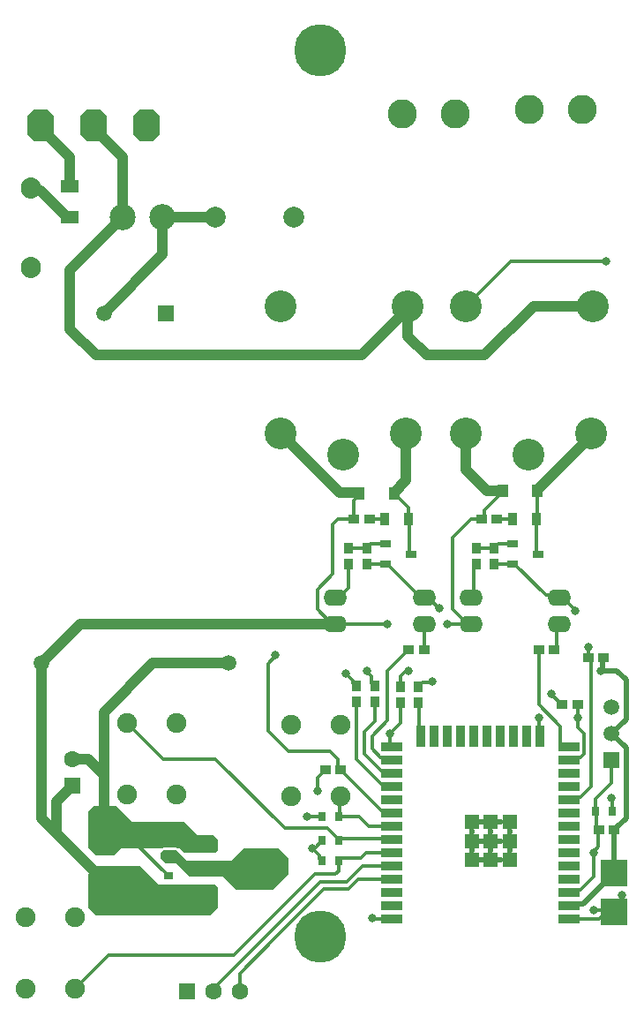
<source format=gtl>
G04*
G04 #@! TF.GenerationSoftware,Altium Limited,Altium Designer,21.3.2 (30)*
G04*
G04 Layer_Physical_Order=1*
G04 Layer_Color=255*
%FSTAX24Y24*%
%MOIN*%
G70*
G04*
G04 #@! TF.SameCoordinates,FE128C83-0F67-4140-98D3-9062B7FE4468*
G04*
G04*
G04 #@! TF.FilePolarity,Positive*
G04*
G01*
G75*
%ADD17C,0.0197*%
%ADD19R,0.0315X0.0354*%
%ADD20R,0.0394X0.0374*%
%ADD21R,0.0394X0.0276*%
%ADD22R,0.0787X0.1575*%
%ADD23R,0.0984X0.0984*%
%ADD24R,0.0354X0.0472*%
%ADD25R,0.0709X0.0512*%
%ADD26R,0.0354X0.0315*%
%ADD27R,0.0374X0.0394*%
%ADD28R,0.0394X0.0472*%
%ADD29O,0.0886X0.0630*%
%ADD30R,0.0524X0.0524*%
%ADD31R,0.0787X0.0354*%
%ADD32R,0.0354X0.0787*%
%ADD33R,0.0945X0.1299*%
%ADD34R,0.0945X0.0394*%
%ADD65C,0.0138*%
%ADD66C,0.0394*%
%ADD67C,0.0591*%
%ADD68R,0.0591X0.0591*%
%ADD69C,0.0787*%
G04:AMPARAMS|DCode=70|XSize=98.4mil|YSize=118.1mil|CornerRadius=0mil|HoleSize=0mil|Usage=FLASHONLY|Rotation=180.000|XOffset=0mil|YOffset=0mil|HoleType=Round|Shape=Octagon|*
%AMOCTAGOND70*
4,1,8,0.0246,-0.0591,-0.0246,-0.0591,-0.0492,-0.0344,-0.0492,0.0344,-0.0246,0.0591,0.0246,0.0591,0.0492,0.0344,0.0492,-0.0344,0.0246,-0.0591,0.0*
%
%ADD70OCTAGOND70*%

%ADD71O,0.0750X0.0800*%
%ADD72C,0.0630*%
%ADD73R,0.0630X0.0630*%
%ADD74C,0.0984*%
%ADD75R,0.0630X0.0630*%
%ADD76C,0.1100*%
%ADD77C,0.1200*%
%ADD78C,0.0750*%
%ADD79C,0.0236*%
%ADD80C,0.0315*%
%ADD81C,0.1969*%
G36*
X004724Y007087D02*
X006693D01*
X007185Y006594D01*
X007776D01*
X007972Y006398D01*
Y006004D01*
X007874Y005906D01*
X006693D01*
X006496Y006102D01*
X006407D01*
X006398Y006104D01*
X005906D01*
X005896Y006102D01*
X004331D01*
X004035Y005807D01*
X003346D01*
X003051Y006102D01*
Y00748D01*
X003248Y007677D01*
X004134D01*
X004724Y007087D01*
D02*
G37*
G36*
X01063Y005709D02*
Y005118D01*
X010039Y004528D01*
X008661D01*
X008169Y00502D01*
X00689D01*
X006398Y005512D01*
X006004D01*
X005807Y005709D01*
Y005906D01*
X005906Y006004D01*
X006398D01*
X006791Y00561D01*
X008465D01*
X008957Y006102D01*
X010236D01*
X01063Y005709D01*
D02*
G37*
G36*
X00502Y005413D02*
X005709Y004724D01*
X007874D01*
X007972Y004626D01*
Y003839D01*
X007677Y003543D01*
X003346D01*
X003051Y003839D01*
Y005118D01*
X003346Y005413D01*
X00502Y005413D01*
D02*
G37*
D17*
X023031Y00688D02*
Y00689D01*
X023375Y007233D02*
Y009877D01*
X023031Y00689D02*
X023375Y007233D01*
X022933Y006791D02*
X022943D01*
X023031Y00688D01*
X022933Y005157D02*
Y006791D01*
X021754Y003978D02*
X022933Y005157D01*
X021226Y003911D02*
X021293Y003978D01*
X021754D01*
X022835Y010417D02*
X023375Y009877D01*
X023041Y012795D02*
X023375Y012461D01*
X022835Y010417D02*
X023375Y010958D01*
Y012461D01*
X022441Y012795D02*
X022475Y012829D01*
X022441Y012795D02*
X023041D01*
X022475Y012829D02*
Y013223D01*
X022539Y013287D01*
D19*
X01189Y006398D02*
D03*
X01252D02*
D03*
X01189Y007283D02*
D03*
X01252D02*
D03*
X022224Y00748D02*
D03*
X022854D02*
D03*
X01252Y00561D02*
D03*
X01189D02*
D03*
D20*
X012598Y009055D02*
D03*
X012008D02*
D03*
X018504Y018504D02*
D03*
X017913D02*
D03*
X020669Y013583D02*
D03*
X020079D02*
D03*
X021555Y011516D02*
D03*
X020965D02*
D03*
X022539Y013287D02*
D03*
X021949D02*
D03*
X013091Y018504D02*
D03*
X013681D02*
D03*
X015748Y013583D02*
D03*
X015157D02*
D03*
X022343Y006791D02*
D03*
X022933D02*
D03*
D21*
X015246Y017196D02*
D03*
X014284Y016834D02*
D03*
X014281Y017578D02*
D03*
X019104D02*
D03*
X019106Y016834D02*
D03*
X020069Y017196D02*
D03*
D22*
X003642Y004469D02*
D03*
Y006752D02*
D03*
D23*
X022933Y005157D02*
D03*
Y003701D02*
D03*
D24*
X015157Y018504D02*
D03*
X014257D02*
D03*
X019994D02*
D03*
X019094D02*
D03*
D25*
X002362Y031102D02*
D03*
Y029921D02*
D03*
D26*
X006102Y005039D02*
D03*
Y004409D02*
D03*
X006122Y005768D02*
D03*
Y006398D02*
D03*
D27*
X013583Y017421D02*
D03*
Y016831D02*
D03*
X012894Y017421D02*
D03*
Y016831D02*
D03*
X018406Y017421D02*
D03*
Y016831D02*
D03*
X017717Y017421D02*
D03*
Y016831D02*
D03*
X015512Y011594D02*
D03*
Y012185D02*
D03*
X014843Y011594D02*
D03*
Y012185D02*
D03*
X013878Y011614D02*
D03*
Y012205D02*
D03*
X013189Y011614D02*
D03*
Y012205D02*
D03*
D28*
X013307Y019488D02*
D03*
X014608D02*
D03*
X01872Y019587D02*
D03*
X020021D02*
D03*
D29*
X01752Y014559D02*
D03*
Y015559D02*
D03*
X020866D02*
D03*
Y014559D02*
D03*
X012402D02*
D03*
Y015559D02*
D03*
X015748D02*
D03*
Y014559D02*
D03*
D30*
X017551Y007087D02*
D03*
X018274D02*
D03*
X018996D02*
D03*
X017551Y006364D02*
D03*
X018274D02*
D03*
X018996D02*
D03*
X017551Y005642D02*
D03*
X018274D02*
D03*
X018996D02*
D03*
D31*
X014533Y003411D02*
D03*
Y003911D02*
D03*
Y004411D02*
D03*
Y004911D02*
D03*
Y005411D02*
D03*
Y005911D02*
D03*
Y006411D02*
D03*
Y006911D02*
D03*
Y007411D02*
D03*
Y007911D02*
D03*
Y008411D02*
D03*
Y008911D02*
D03*
Y009411D02*
D03*
Y009911D02*
D03*
X021226D02*
D03*
Y009411D02*
D03*
Y008911D02*
D03*
Y008411D02*
D03*
Y007911D02*
D03*
Y007411D02*
D03*
Y006911D02*
D03*
Y006411D02*
D03*
Y005911D02*
D03*
Y005411D02*
D03*
Y004911D02*
D03*
Y004411D02*
D03*
Y003911D02*
D03*
Y003411D02*
D03*
D32*
X01563Y010305D02*
D03*
X01613D02*
D03*
X01663D02*
D03*
X01713D02*
D03*
X01763D02*
D03*
X01813D02*
D03*
X01863D02*
D03*
X01913D02*
D03*
X01963D02*
D03*
X02013D02*
D03*
D33*
X009508Y005315D02*
D03*
D34*
X007224Y004409D02*
D03*
Y005315D02*
D03*
Y00622D02*
D03*
D65*
X022335Y006143D02*
Y006788D01*
X022146Y005023D02*
Y005953D01*
X022335Y006143D01*
X022244Y00689D02*
X022343Y006791D01*
X022244Y00689D02*
Y007372D01*
X022146Y007382D02*
X022234D01*
X022244Y007372D01*
X022224Y00748D02*
Y007953D01*
X022835Y008563D01*
Y007972D02*
X022854Y007953D01*
Y00748D02*
Y007953D01*
X020571Y0119D02*
X020955Y011516D01*
X020571Y0119D02*
Y011909D01*
X020955Y011516D02*
X020965D01*
X020079D02*
Y013583D01*
Y011516D02*
X020902Y010693D01*
X021555Y011024D02*
Y011516D01*
X021555Y011516D01*
X021555Y010647D02*
Y011024D01*
X021949Y013287D02*
X022047Y013189D01*
Y008425D02*
Y013189D01*
X021642Y00802D02*
X022047Y008425D01*
X021949Y013287D02*
Y013681D01*
X008563Y002067D02*
X011614Y005118D01*
X002559Y000787D02*
X003839Y002067D01*
X008563D01*
X022598Y00374D02*
X022638Y003701D01*
X022146Y00374D02*
X022598D01*
X016308Y015157D02*
X016339D01*
X015906Y015559D02*
X016308Y015157D01*
X015618Y015559D02*
X015906D01*
X018424Y027656D02*
X019016Y028248D01*
X018424Y027656D02*
Y027656D01*
X019016Y028248D02*
X022638D01*
X012303Y016437D02*
Y018307D01*
X011713Y015846D02*
X012303Y016437D01*
X011713Y01512D02*
Y015846D01*
X012303Y018307D02*
X0125Y018504D01*
X012795Y012697D02*
Y012697D01*
Y012697D02*
X013071Y012421D01*
X016009Y012368D02*
X016043Y012402D01*
X015694Y012368D02*
X016009D01*
X023228Y003996D02*
Y004331D01*
X009843Y010532D02*
Y013069D01*
X010138Y013364D01*
Y013386D01*
X004823Y006299D02*
X006083Y005039D01*
X006102D01*
X004724Y006299D02*
X004823D01*
X022933Y003701D02*
X023228Y003996D01*
X022348Y003411D02*
X022638Y003701D01*
X022933D01*
X022835Y008563D02*
Y009417D01*
X01564Y012313D02*
X015694Y012368D01*
X015512Y012185D02*
Y012195D01*
X01563Y012313D01*
X01564D01*
X015124Y012761D02*
X015157Y012795D01*
X014843Y012185D02*
Y012579D01*
X015025Y012761D02*
X015124D01*
X01503Y013465D02*
X015148Y013583D01*
X01503Y013455D02*
Y013465D01*
X01437Y012795D02*
X01503Y013455D01*
X015148Y013583D02*
X015157D01*
X014843Y012579D02*
X015025Y012761D01*
X01437Y010925D02*
Y012795D01*
X020079Y011024D02*
X020104Y010998D01*
Y010331D02*
Y010998D01*
Y010331D02*
X02013Y010305D01*
X020902Y01002D02*
Y010693D01*
X020975Y015559D02*
X021457Y015078D01*
X020866Y015559D02*
X020975D01*
X021457Y015059D02*
Y015078D01*
X020768Y014461D02*
X020866Y014559D01*
X020768Y013681D02*
Y014461D01*
X020669Y013583D02*
X020768Y013681D01*
X021949D02*
X021949Y013681D01*
X020902Y01002D02*
X02101Y009911D01*
X021226D01*
X016634Y014567D02*
X016638Y014563D01*
X017388D01*
X016831Y01512D02*
X017388Y014563D01*
X014362Y014559D02*
X01437Y014567D01*
X012402Y014559D02*
X014362D01*
X011319Y007283D02*
X01189D01*
X01378Y003445D02*
X013796Y003428D01*
X014517D02*
X014533Y003411D01*
X013796Y003428D02*
X014517D01*
X011801Y005699D02*
Y005817D01*
X011516Y006102D02*
X011801Y005817D01*
Y005699D02*
X01189Y00561D01*
Y006378D02*
Y006398D01*
X011648Y006136D02*
X01189Y006378D01*
X01155Y006136D02*
X011648D01*
X011516Y006102D02*
X01155Y006136D01*
X017392Y014559D02*
X01752D01*
X013583Y012747D02*
X01376Y01257D01*
X013583Y012747D02*
Y012795D01*
X01376Y012323D02*
X013878Y012205D01*
X01376Y012323D02*
Y01257D01*
X013071Y012323D02*
X013189Y012205D01*
X013071Y012323D02*
Y012421D01*
X01188Y008937D02*
X011998Y009055D01*
X01188Y008927D02*
Y008937D01*
X011713Y008268D02*
Y00876D01*
X011998Y009055D02*
X012008D01*
X011713Y00876D02*
X01188Y008927D01*
X009508Y005315D02*
X010138D01*
X010433Y00561D01*
X01378Y010335D02*
X01437Y010925D01*
X021555Y010647D02*
X021787Y010415D01*
Y009665D02*
Y010415D01*
X020346Y015653D02*
X020772D01*
X020866Y015559D01*
X019106Y016834D02*
X019166D01*
X020346Y015653D01*
X018407Y016832D02*
X019105D01*
X018406Y016831D02*
X018407Y016832D01*
X019105D02*
X019106Y016834D01*
X014284D02*
X014343D01*
X015618Y015559D01*
X013584Y016832D02*
X014282D01*
X014284Y016834D01*
X013583Y016831D02*
X013584Y016832D01*
X014468Y010433D02*
X014843Y010807D01*
Y011594D01*
X014468Y009976D02*
X014533Y009911D01*
X014468Y009976D02*
Y010433D01*
X021335Y00952D02*
X021642D01*
X021787Y009665D01*
X021226Y009411D02*
X021335Y00952D01*
X021226Y003411D02*
X022348D01*
X010477Y006845D02*
X012092D01*
X007874Y009449D02*
X010477Y006845D01*
X01252Y006398D02*
Y006417D01*
X012092Y006845D02*
X01252Y006417D01*
X004518Y010827D02*
X005896Y009449D01*
X007874D01*
X01252Y005236D02*
Y005709D01*
X012402Y005118D02*
X01252Y005236D01*
X011614Y005118D02*
X012402D01*
X012562Y006454D02*
X014491D01*
X01252Y006496D02*
X012562Y006454D01*
X014491D02*
X014533Y006411D01*
X013277Y007283D02*
X013649Y006911D01*
X014533D01*
X01252Y007283D02*
X013277D01*
X01252D02*
X012559Y007323D01*
Y008011D02*
X012598Y00805D01*
X012559Y007323D02*
Y008011D01*
X009843Y010532D02*
X01063Y009744D01*
X012205D01*
X0125Y009154D02*
Y009449D01*
X012205Y009744D02*
X0125Y009449D01*
Y009154D02*
X012598Y009055D01*
X014118Y00752D02*
X014425D01*
X012726Y008911D02*
X014118Y00752D01*
X012608Y009055D02*
X012726Y008937D01*
X014425Y00752D02*
X014533Y007411D01*
X012726Y008911D02*
Y008937D01*
X012598Y009055D02*
X012608D01*
X007224Y005315D02*
X009508D01*
X006122Y006398D02*
X006142D01*
X006319Y00622D02*
X007224D01*
X006142Y006398D02*
X006319Y00622D01*
X006506Y005768D02*
X006821Y005453D01*
Y005443D02*
X006949Y005315D01*
X006122Y005768D02*
X006506D01*
X006821Y005443D02*
Y005453D01*
X006949Y005315D02*
X007224D01*
X007776Y000787D02*
X011811Y004823D01*
X012831D02*
X01342Y005411D01*
X011811Y004823D02*
X012831D01*
X007776Y000689D02*
Y000787D01*
X013361Y005709D02*
X013564Y005911D01*
X01252Y005709D02*
X013361D01*
X013564Y005911D02*
X014533D01*
X01378Y009843D02*
Y010335D01*
Y009843D02*
X014102Y00952D01*
X014425D02*
X014533Y009411D01*
X014102Y00952D02*
X014425D01*
X013484Y009653D02*
X014118Y00902D01*
X014425D01*
X014118Y00852D02*
X014425D01*
X013484Y009653D02*
Y010483D01*
X013189Y009448D02*
X014118Y00852D01*
X013484Y010483D02*
X013878Y010877D01*
X014425Y00852D02*
X014533Y008411D01*
X013189Y009448D02*
Y011614D01*
X014425Y00902D02*
X014533Y008911D01*
X013878Y010877D02*
Y011614D01*
X012402Y015559D02*
X01252D01*
X012894Y015933D02*
Y016831D01*
X01252Y015559D02*
X012894Y015933D01*
X008776Y000689D02*
Y001349D01*
X010102Y002675D02*
Y002675D01*
X008776Y001349D02*
X010102Y002675D01*
X013273Y004911D02*
X014533D01*
X012899Y004537D02*
X013273Y004911D01*
X011964Y004537D02*
X012899D01*
X010102Y002675D02*
X011964Y004537D01*
X01342Y005411D02*
X014533D01*
X015571Y010364D02*
X01563Y010305D01*
X015571Y010364D02*
Y011535D01*
X015512Y011594D02*
X015571Y011535D01*
X021226Y007911D02*
X021335Y00802D01*
X021642D01*
X021335Y00452D02*
X021642D01*
X021226Y004411D02*
X021335Y00452D01*
X021642D02*
X022146Y005023D01*
X0125Y018504D02*
X013091D01*
X011713Y01512D02*
X012274Y014559D01*
X01752Y018504D02*
X017913D01*
X016831Y017815D02*
X01752Y018504D01*
X016831Y01512D02*
Y017815D01*
X015748Y013583D02*
Y014559D01*
Y013583D02*
X015748Y013583D01*
X017618Y015657D02*
Y016732D01*
X01752Y015559D02*
X017618Y015657D01*
Y016732D02*
X017717Y016831D01*
Y017421D02*
X018406D01*
X018552Y017578D02*
X019104D01*
X018406Y017431D02*
X018552Y017578D01*
X018406Y017421D02*
Y017431D01*
X020008Y018517D02*
Y019613D01*
X019994Y017265D02*
Y018504D01*
Y017265D02*
X020063Y017196D01*
X020069D01*
X019994Y018504D02*
X020008Y018517D01*
Y019613D02*
X020021Y019626D01*
X018041Y018622D02*
Y018868D01*
X017913Y018504D02*
X017923D01*
X01872Y019547D02*
Y019587D01*
X018041Y018868D02*
X01872Y019547D01*
X017923Y018504D02*
X018041Y018622D01*
X018504Y018504D02*
X019094D01*
X015157D02*
X015202Y01846D01*
Y01724D02*
X015246Y017196D01*
X015202Y01724D02*
Y01846D01*
X013739Y017578D02*
X014281D01*
X013583Y017421D02*
Y017431D01*
X013701Y017549D01*
X013711D01*
X013739Y017578D01*
X012894Y017421D02*
X013583D01*
X013681Y018504D02*
X014257D01*
X013091D02*
Y019232D01*
X013307Y019449D01*
Y019488D01*
X014775Y019321D02*
X015157Y018939D01*
X014736Y019321D02*
X014775D01*
X014608Y019449D02*
X014736Y019321D01*
X015157Y018504D02*
Y018939D01*
X014608Y019449D02*
Y019488D01*
X017323Y026555D02*
X018424Y027656D01*
D66*
X003051Y009449D02*
X003642Y008858D01*
Y01122D01*
Y006752D02*
Y008858D01*
X002461Y009449D02*
X003051D01*
X003642Y01122D02*
X005492Y013071D01*
X015135Y025417D02*
Y026555D01*
Y025417D02*
X015846Y024705D01*
X018026D01*
X013386D02*
X015135Y026454D01*
Y026555D01*
X003346Y024705D02*
X013386D01*
X010592Y021495D02*
X012559Y019528D01*
X014608D02*
X015059Y019979D01*
Y021544D01*
X006122Y006398D02*
X006516Y006791D01*
X006594D01*
X012274Y014559D02*
X012402D01*
X002768D02*
X012274D01*
X00128Y013071D02*
X002768Y014559D01*
X005492Y013071D02*
X008366D01*
X004232Y005059D02*
X004232Y005059D01*
X003642Y004862D02*
X003839Y005059D01*
X004232D01*
X001862Y006642D02*
X003642Y004862D01*
X00128Y007224D02*
X001862Y006642D01*
Y00785D01*
X002461Y008449D01*
X003642Y006752D02*
X005768D01*
X006122Y006398D01*
X003642Y004469D02*
Y004862D01*
X00128Y007224D02*
Y013071D01*
X001274Y030911D02*
X002264Y029921D01*
X000886Y031004D02*
X000979Y030911D01*
X002264Y029921D02*
X002362D01*
X000979Y030911D02*
X001274D01*
X001248Y033295D02*
Y033394D01*
Y033295D02*
X002362Y032181D01*
Y031102D02*
Y032181D01*
X003642Y026299D02*
X005868Y028526D01*
Y029931D01*
X005873Y029926D02*
X007869D01*
X007874Y029921D01*
X005868Y029931D02*
X005873Y029926D01*
X003248Y033295D02*
X004368Y032175D01*
Y029911D02*
Y032175D01*
X003248Y033295D02*
Y033394D01*
X002362Y025689D02*
Y027905D01*
Y025689D02*
X003346Y024705D01*
X012559Y019528D02*
X013307D01*
X020021Y019626D02*
X022047Y021652D01*
Y021752D01*
X017323Y020374D02*
X01811Y019587D01*
X01872D01*
X017323Y020374D02*
Y021752D01*
X002362Y027905D02*
X004368Y029911D01*
X018026Y024705D02*
X019876Y026555D01*
X022123D01*
X013307Y019488D02*
Y019528D01*
X014608Y019488D02*
Y019528D01*
X012697Y020965D02*
X012795Y021063D01*
D67*
X022835Y011417D02*
D03*
Y010417D02*
D03*
X00128Y013071D02*
D03*
X008366D02*
D03*
X003642Y026299D02*
D03*
D68*
X022835Y009417D02*
D03*
X006004Y026299D02*
D03*
D69*
X007874Y029921D02*
D03*
X010827D02*
D03*
D70*
X005248Y033394D02*
D03*
X003248D02*
D03*
X001248D02*
D03*
D71*
X000886Y031004D02*
D03*
Y028004D02*
D03*
D72*
X002461Y009449D02*
D03*
X008776Y000689D02*
D03*
X007776D02*
D03*
D73*
X002461Y008449D02*
D03*
D74*
X005868Y029931D02*
D03*
X004368Y029911D02*
D03*
D75*
X006776Y000689D02*
D03*
D76*
X019732Y033976D02*
D03*
X021732D02*
D03*
X016921Y033819D02*
D03*
X014921D02*
D03*
D77*
X012697Y020965D02*
D03*
X010335Y026555D02*
D03*
X015135D02*
D03*
X010335Y021752D02*
D03*
X015059D02*
D03*
X022047D02*
D03*
X017323D02*
D03*
X022123Y026555D02*
D03*
X017323D02*
D03*
X019685Y020965D02*
D03*
D78*
X010718Y01076D02*
D03*
X012598Y00805D02*
D03*
X010718D02*
D03*
X012598Y01076D02*
D03*
X006398Y008117D02*
D03*
X004518Y010827D02*
D03*
X006398D02*
D03*
X004518Y008117D02*
D03*
X000679Y003497D02*
D03*
X002559Y000787D02*
D03*
X000679D02*
D03*
X002559Y003497D02*
D03*
D79*
X017912Y007087D02*
D03*
X018635D02*
D03*
X017551Y006725D02*
D03*
X018274D02*
D03*
X018996D02*
D03*
X017912Y006364D02*
D03*
X018635D02*
D03*
X017551Y006003D02*
D03*
X018274D02*
D03*
X018996D02*
D03*
X017912Y005642D02*
D03*
X018635D02*
D03*
D80*
X022146Y005906D02*
D03*
X020571Y011909D02*
D03*
X021555Y011024D02*
D03*
X010433Y005217D02*
D03*
X022146Y00374D02*
D03*
X022835Y007972D02*
D03*
X016339Y015157D02*
D03*
X022638Y028248D02*
D03*
X012795Y012697D02*
D03*
X016043Y012402D02*
D03*
X023228Y004331D02*
D03*
X006594Y006791D02*
D03*
X010138Y013386D02*
D03*
X015157Y012795D02*
D03*
X020079Y011024D02*
D03*
X021457Y015059D02*
D03*
X021949Y013681D02*
D03*
X016634Y014567D02*
D03*
X01437D02*
D03*
X011319Y007283D02*
D03*
X01378Y003445D02*
D03*
X011516Y006102D02*
D03*
X022441Y012795D02*
D03*
X013583D02*
D03*
X011713Y008268D02*
D03*
X010433Y00561D02*
D03*
X014468Y010433D02*
D03*
D81*
X011811Y03622D02*
D03*
Y002756D02*
D03*
M02*

</source>
